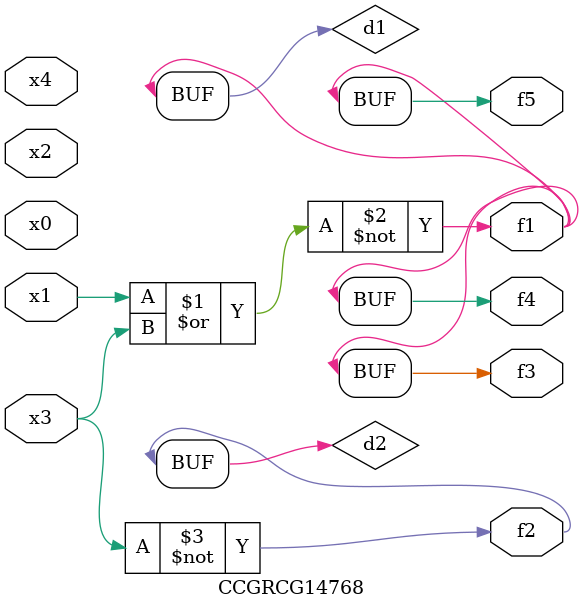
<source format=v>
module CCGRCG14768(
	input x0, x1, x2, x3, x4,
	output f1, f2, f3, f4, f5
);

	wire d1, d2;

	nor (d1, x1, x3);
	not (d2, x3);
	assign f1 = d1;
	assign f2 = d2;
	assign f3 = d1;
	assign f4 = d1;
	assign f5 = d1;
endmodule

</source>
